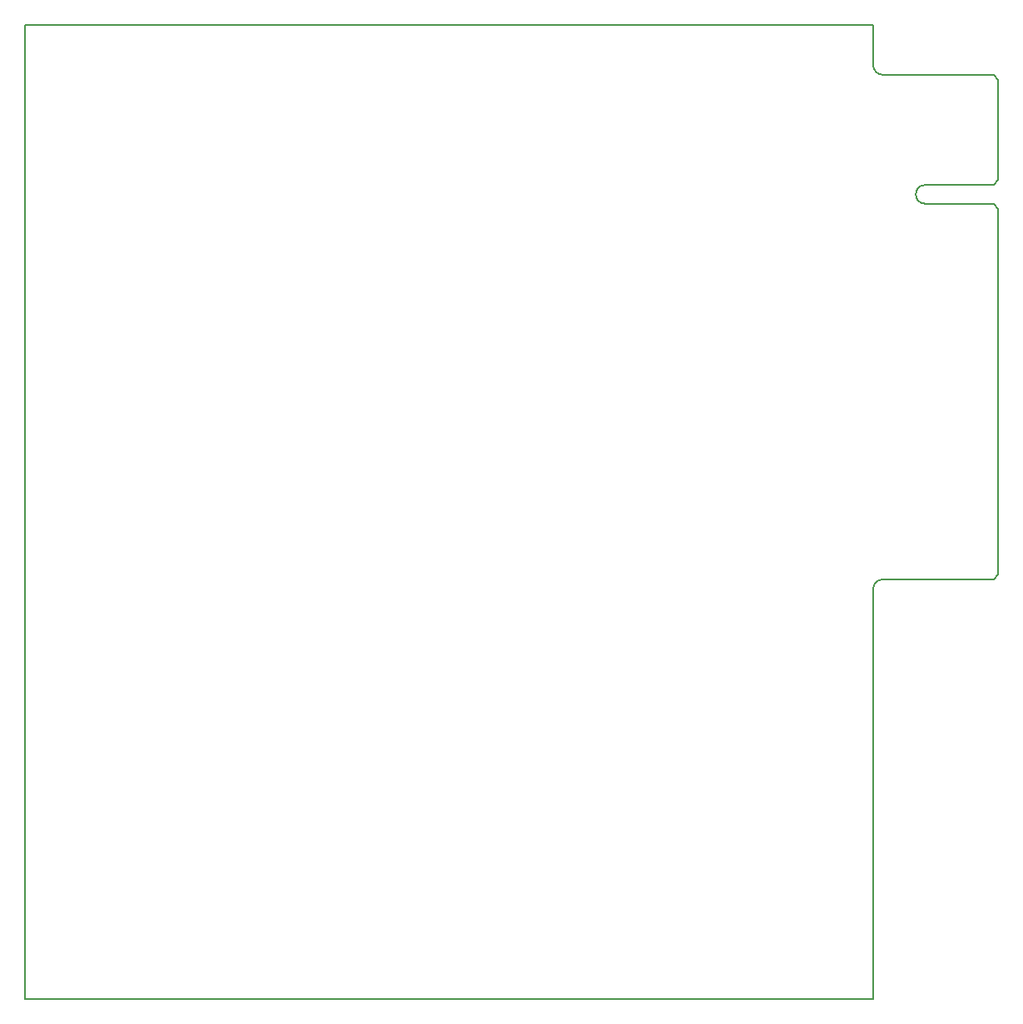
<source format=gko>
G04 ================== begin FILE IDENTIFICATION RECORD ==================*
G04 Layout Name:  DAQ_CONTROLLER.brd*
G04 Film Name:    OUTLINE*
G04 File Format:  Gerber RS274X*
G04 File Origin:  Cadence Allegro 17.2-S057*
G04 Origin Date:  Wed Aug 07 01:46:16 2019*
G04 *
G04 Layer:  BOARD GEOMETRY/DESIGN_OUTLINE*
G04 Layer:  BOARD GEOMETRY/CUTOUT*
G04 *
G04 Offset:    (0.00 0.00)*
G04 Mirror:    No*
G04 Mode:      Positive*
G04 Rotation:  0*
G04 FullContactRelief:  No*
G04 UndefLineWidth:     5.00*
G04 ================== end FILE IDENTIFICATION RECORD ====================*
%FSLAX25Y25*MOIN*%
%IR0*IPPOS*OFA0.00000B0.00000*MIA0B0*SFA1.00000B1.00000*%
%ADD10C,.005*%
G75*
%LPD*%
G75*
G54D10*
G01X-29803Y57835D02*
Y-332165D01*
X309803D01*
Y-168134D01*
G02X313803Y-164134I4000J0D01*
G01X358031D01*
X360000Y-162165D01*
Y-15709D01*
X358031Y-13740D01*
X330669D01*
G02Y-6260I0J3740D01*
G01X358031D01*
X360000Y-4291D01*
Y35866D01*
X358031Y37835D01*
X313803D01*
G02X309803Y41835I0J4000D01*
G01Y57835D01*
X-29803D01*
M02*

</source>
